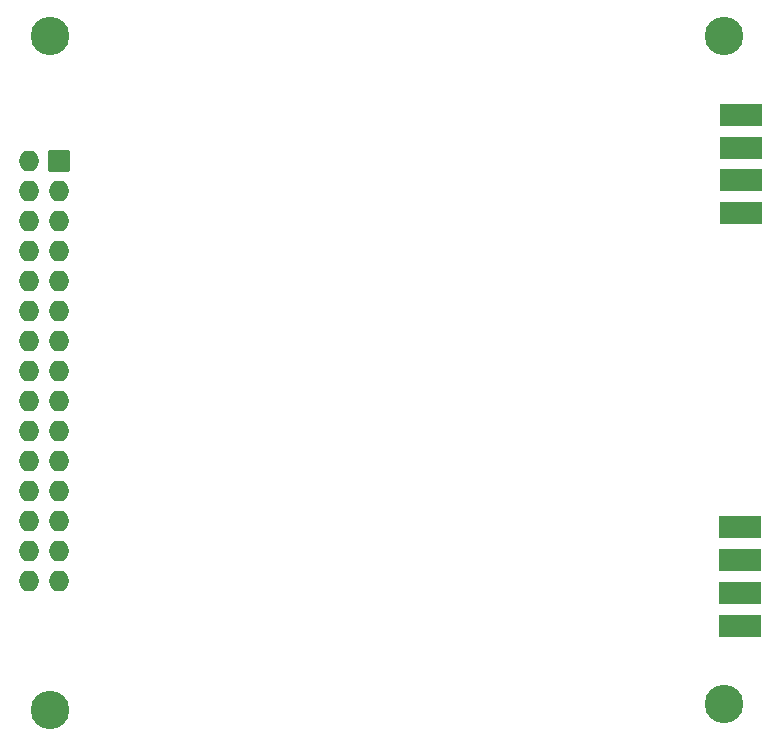
<source format=gbr>
G04 #@! TF.GenerationSoftware,KiCad,Pcbnew,7.0.7*
G04 #@! TF.CreationDate,2023-10-29T19:55:49+11:00*
G04 #@! TF.ProjectId,AnalogDiscovery_rs232_5_wire_sniffer,416e616c-6f67-4446-9973-636f76657279,rev?*
G04 #@! TF.SameCoordinates,PX69618a0PY7bfa480*
G04 #@! TF.FileFunction,Soldermask,Bot*
G04 #@! TF.FilePolarity,Negative*
%FSLAX46Y46*%
G04 Gerber Fmt 4.6, Leading zero omitted, Abs format (unit mm)*
G04 Created by KiCad (PCBNEW 7.0.7) date 2023-10-29 19:55:49*
%MOMM*%
%LPD*%
G01*
G04 APERTURE LIST*
G04 Aperture macros list*
%AMRoundRect*
0 Rectangle with rounded corners*
0 $1 Rounding radius*
0 $2 $3 $4 $5 $6 $7 $8 $9 X,Y pos of 4 corners*
0 Add a 4 corners polygon primitive as box body*
4,1,4,$2,$3,$4,$5,$6,$7,$8,$9,$2,$3,0*
0 Add four circle primitives for the rounded corners*
1,1,$1+$1,$2,$3*
1,1,$1+$1,$4,$5*
1,1,$1+$1,$6,$7*
1,1,$1+$1,$8,$9*
0 Add four rect primitives between the rounded corners*
20,1,$1+$1,$2,$3,$4,$5,0*
20,1,$1+$1,$4,$5,$6,$7,0*
20,1,$1+$1,$6,$7,$8,$9,0*
20,1,$1+$1,$8,$9,$2,$3,0*%
G04 Aperture macros list end*
%ADD10RoundRect,0.030000X-0.850000X-0.850000X0.850000X-0.850000X0.850000X0.850000X-0.850000X0.850000X0*%
%ADD11O,1.760000X1.760000*%
%ADD12C,3.260000*%
%ADD13RoundRect,0.030000X1.740000X-0.923333X1.740000X0.923333X-1.740000X0.923333X-1.740000X-0.923333X0*%
G04 APERTURE END LIST*
D10*
X4300000Y50020000D03*
D11*
X1760000Y50020000D03*
X4300000Y47480000D03*
X1760000Y47480000D03*
X4300000Y44940000D03*
X1760000Y44940000D03*
X4300000Y42400000D03*
X1760000Y42400000D03*
X4300000Y39860000D03*
X1760000Y39860000D03*
X4300000Y37320000D03*
X1760000Y37320000D03*
X4300000Y34780000D03*
X1760000Y34780000D03*
X4300000Y32240000D03*
X1760000Y32240000D03*
X4300000Y29700000D03*
X1760000Y29700000D03*
X4300000Y27160000D03*
X1760000Y27160000D03*
X4300000Y24620000D03*
X1760000Y24620000D03*
X4300000Y22080000D03*
X1760000Y22080000D03*
X4300000Y19540000D03*
X1760000Y19540000D03*
X4300000Y17000000D03*
X1760000Y17000000D03*
X4300000Y14460000D03*
X1760000Y14460000D03*
D12*
X3546000Y60531000D03*
X60569000Y4016000D03*
X60569000Y60531000D03*
D13*
X62066000Y53891000D03*
X62066000Y51121000D03*
X62066000Y48351000D03*
X62066000Y45581000D03*
D12*
X3546000Y3508000D03*
D13*
X61988500Y10656000D03*
X61988500Y13426000D03*
X61988500Y16196000D03*
X61988500Y18966000D03*
M02*

</source>
